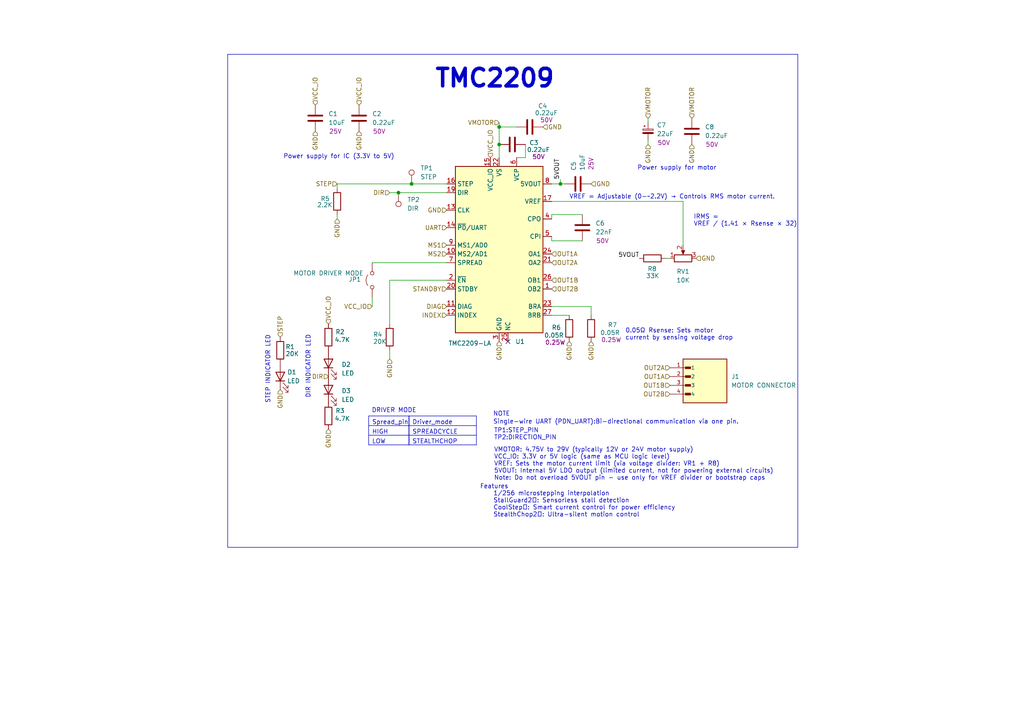
<source format=kicad_sch>
(kicad_sch (version 20250114) (generator "eeschema") (generator_version "9.0")
  (paper "A4")
  (lib_symbols
    (symbol "Library:C" (pin_numbers (hide yes)) (pin_names (offset 0.254))
      (property "Reference" "C" (at 0.635 2.54 0))
      (property "Value" "C" (at 0.635 -2.54 0))
      (symbol "C_0_1"
        (polyline (pts (xy -2.032 0.762) (xy 2.032 0.762)) (stroke (width 0.508)))
        (polyline (pts (xy -2.032 -0.762) (xy 2.032 -0.762)) (stroke (width 0.508)))
      )
      (symbol "C_1_1"
        (pin passive line (at 0 3.81 270) (length 2.794) (name "~") (number "1"))
        (pin passive line (at 0 -3.81 90) (length 2.794) (name "~") (number "2"))
      )
    )
    (symbol "Library:C_Polarized_Small" (pin_numbers (hide yes)) (pin_names (offset 0.254) (hide yes))
      (property "Reference" "C" (at 0.254 1.778 0))
      (property "Value" "C_Polarized_Small" (at 0.254 -2.032 0))
      (symbol "C_Polarized_Small_0_1"
        (rectangle (start -1.524 0.6858) (end 1.524 0.3048))
        (rectangle (start -1.524 -0.3048) (end 1.524 -0.6858) (fill (type outline)))
        (polyline (pts (xy -1.27 1.524) (xy -0.762 1.524)))
        (polyline (pts (xy -1.016 1.27) (xy -1.016 1.778)))
      )
      (symbol "C_Polarized_Small_1_1"
        (pin passive line (at 0 2.54 270) (length 1.8542) (name "~") (number "1"))
        (pin passive line (at 0 -2.54 90) (length 1.8542) (name "~") (number "2"))
      )
    )
    (symbol "Library:Jumper_2_Open" (pin_numbers (hide yes)) (pin_names (offset 0) (hide yes))
      (property "Reference" "JP" (at 0 2.794 0))
      (property "Value" "Jumper_2_Open" (at 0 -2.286 0))
      (symbol "Jumper_2_Open_0_0"
        (circle (center -2.032 0) (radius 0.508))
        (circle (center 2.032 0) (radius 0.508))
      )
      (symbol "Jumper_2_Open_0_1"
        (arc (start -1.524 1.27) (mid 0 1.778) (end 1.524 1.27))
      )
      (symbol "Jumper_2_Open_1_1"
        (pin passive line (at -5.08 0 0) (length 2.54) (name "A") (number "1"))
        (pin passive line (at 5.08 0 180) (length 2.54) (name "B") (number "2"))
      )
    )
    (symbol "Library:LED" (pin_numbers (hide yes)) (pin_names (offset 1.016) (hide yes))
      (property "Reference" "D" (at 0 2.54 0))
      (property "Value" "LED" (at 0 -2.54 0))
      (symbol "LED_0_1"
        (polyline (pts (xy -3.048 -0.762) (xy -4.572 -2.286) (xy -3.81 -2.286) (xy -4.572 -2.286) (xy -4.572 -1.524)))
        (polyline (pts (xy -1.778 -0.762) (xy -3.302 -2.286) (xy -2.54 -2.286) (xy -3.302 -2.286) (xy -3.302 -1.524)))
        (polyline (pts (xy -1.27 0) (xy 1.27 0)))
        (polyline (pts (xy -1.27 -1.27) (xy -1.27 1.27)) (stroke (width 0.254)))
        (polyline (pts (xy 1.27 -1.27) (xy 1.27 1.27) (xy -1.27 0) (xy 1.27 -1.27)) (stroke (width 0.254)))
      )
      (symbol "LED_1_1"
        (pin passive line (at -3.81 0 0) (length 2.54) (name "K") (number "1"))
        (pin passive line (at 3.81 0 180) (length 2.54) (name "A") (number "2"))
      )
    )
    (symbol "Library:R" (pin_numbers (hide yes)) (pin_names (offset 0))
      (property "Reference" "R" (at 2.032 0 90))
      (property "Value" "R" (at 0 0 90))
      (symbol "R_0_1"
        (rectangle (start -1.016 -2.54) (end 1.016 2.54) (stroke (width 0.254)))
      )
      (symbol "R_1_1"
        (pin passive line (at 0 3.81 270) (length 1.27) (name "~") (number "1"))
        (pin passive line (at 0 -3.81 90) (length 1.27) (name "~") (number "2"))
      )
    )
    (symbol "Library:R_Potentiometer" (pin_names (offset 1.016) (hide yes))
      (property "Reference" "RV" (at -4.445 0 90))
      (property "Value" "R_Potentiometer" (at -2.54 0 90))
      (symbol "R_Potentiometer_0_1"
        (rectangle (start 1.016 2.54) (end -1.016 -2.54) (stroke (width 0.254)))
        (polyline (pts (xy 1.143 0) (xy 2.286 0.508) (xy 2.286 -0.508) (xy 1.143 0)) (fill (type outline)))
        (polyline (pts (xy 2.54 0) (xy 1.524 0)))
      )
      (symbol "R_Potentiometer_1_1"
        (pin passive line (at 0 3.81 270) (length 1.27) (name "1") (number "1"))
        (pin passive line (at 0 -3.81 90) (length 1.27) (name "3") (number "3"))
        (pin passive line (at 3.81 0 180) (length 1.27) (name "2") (number "2"))
      )
    )
    (symbol "Library:S4B-XH-A_LF__SN_" (pin_names (offset 1.016))
      (property "Reference" "J" (at -6.85 7.62 0))
      (property "Value" "S4B-XH-A_LF__SN_" (at -6.35 -7.62 0))
      (symbol "S4B-XH-A_LF__SN__0_0"
        (rectangle (start -6.35 -5.08) (end 6.35 7.62) (stroke (width 0.254)) (fill (type background)))
        (rectangle (start -5.715 4.7625) (end -4.1275 5.3975) (stroke (width 0.1)) (fill (type outline)))
        (rectangle (start -5.715 2.2225) (end -4.1275 2.8575) (stroke (width 0.1)) (fill (type outline)))
        (rectangle (start -5.715 -0.3175) (end -4.1275 0.3175) (stroke (width 0.1)) (fill (type outline)))
        (rectangle (start -5.715 -2.8575) (end -4.1275 -2.2225) (stroke (width 0.1)) (fill (type outline)))
        (pin passive line (at -10.16 5.08 0) (length 5.08) (name "1") (number "1"))
        (pin passive line (at -10.16 2.54 0) (length 5.08) (name "2") (number "2"))
        (pin passive line (at -10.16 0 0) (length 5.08) (name "3") (number "3"))
        (pin passive line (at -10.16 -2.54 0) (length 5.08) (name "4") (number "4"))
      )
    )
    (symbol "Library:TMC2209-LA"
      (property "Reference" "U" (at -11.684 26.924 0))
      (property "Value" "TMC2209-LA" (at 13.208 26.924 0))
      (symbol "TMC2209-LA_0_1"
        (rectangle (start -12.7 25.4) (end 12.7 -22.86) (stroke (width 0.254)) (fill (type background)))
      )
      (symbol "TMC2209-LA_1_1"
        (pin input line (at -15.24 20.32 0) (length 2.54) (name "STEP") (number "16"))
        (pin input line (at -15.24 17.78 0) (length 2.54) (name "DIR") (number "19"))
        (pin input line (at -15.24 12.7 0) (length 2.54) (name "CLK") (number "13"))
        (pin bidirectional line (at -15.24 7.62 0) (length 2.54) (name "~{PD}/UART") (number "14"))
        (pin input line (at -15.24 2.54 0) (length 2.54) (name "MS1/AD0") (number "9"))
        (pin input line (at -15.24 0 0) (length 2.54) (name "MS2/AD1") (number "10"))
        (pin input line (at -15.24 -2.54 0) (length 2.54) (name "SPREAD") (number "7"))
        (pin input line (at -15.24 -7.62 0) (length 2.54) (name "~{EN}") (number "2"))
        (pin input line (at -15.24 -10.16 0) (length 2.54) (name "STDBY") (number "20"))
        (pin output line (at -15.24 -15.24 0) (length 2.54) (name "DIAG") (number "11"))
        (pin output line (at -15.24 -17.78 0) (length 2.54) (name "INDEX") (number "12"))
        (pin power_in line (at -2.54 27.94 270) (length 2.54) (name "VCC_IO") (number "15"))
        (pin power_in line (at 0 27.94 270) (length 2.54) (name "VS") (number "22"))
        (pin passive line (at 0 27.94 270) (length 2.54) (hide yes) (name "VS") (number "28"))
        (pin passive line (at 0 -25.4 90) (length 2.54) (hide yes) (name "GND") (number "18"))
        (pin passive line (at 0 -25.4 90) (length 2.54) (hide yes) (name "GND") (number "29"))
        (pin power_in line (at 0 -25.4 90) (length 2.54) (name "GND") (number "3"))
        (pin passive line (at 2.54 -25.4 90) (length 2.54) (name "NC") (number "25"))
        (pin output line (at 5.08 27.94 270) (length 2.54) (name "VCP") (number "6"))
        (pin power_out line (at 15.24 20.32 180) (length 2.54) (name "5VOUT") (number "8"))
        (pin passive line (at 15.24 15.24 180) (length 2.54) (name "VREF") (number "17"))
        (pin input line (at 15.24 10.16 180) (length 2.54) (name "CPO") (number "4"))
        (pin input line (at 15.24 5.08 180) (length 2.54) (name "CPI") (number "5"))
        (pin output line (at 15.24 0 180) (length 2.54) (name "OA1") (number "24"))
        (pin output line (at 15.24 -2.54 180) (length 2.54) (name "OA2") (number "21"))
        (pin output line (at 15.24 -7.62 180) (length 2.54) (name "OB1") (number "26"))
        (pin output line (at 15.24 -10.16 180) (length 2.54) (name "OB2") (number "1"))
        (pin input line (at 15.24 -15.24 180) (length 2.54) (name "BRA") (number "23"))
        (pin input line (at 15.24 -17.78 180) (length 2.54) (name "BRB") (number "27"))
      )
    )
    (symbol "Library:TestPoint" (pin_numbers (hide yes)) (pin_names (offset 0.762) (hide yes))
      (property "Reference" "TP" (at 0 6.858 0))
      (property "Value" "TestPoint" (at 0 5.08 0))
      (symbol "TestPoint_0_1"
        (circle (center 0 3.302) (radius 0.762))
      )
      (symbol "TestPoint_1_1"
        (pin passive line (at 0 0 90) (length 2.54) (name "1") (number "1"))
      )
    )
  )
  (rectangle (start 66.04 15.748) (end 231.394 158.75))
  (text "Power supply for IC (3.3V to 5V)" (at 98.298 45.466 0) (effects (font (size 1.27 1.27))))
  (text "0.05Ω Rsense: Sets motor \ncurrent by sensing voltage drop" (at 181.356 97.028 0) (effects (font (size 1.27 1.27)) (justify left)))
  (text "Power supply for motor" (at 196.342 48.768 0) (effects (font (size 1.27 1.27))))
  (text "TMC2209" (at 143.51 22.86 0) (effects (font (size 5.08 5.08) (thickness 1.016) (bold yes))))
  (text "Single-wire UART (PDN_UART):Bi-directional communication via one pin." (at 143.002 122.428 0) (effects (font (size 1.27 1.27)) (justify left)))
  (text "STEP INDICATOR LED\n" (at 77.724 117.094 90) (effects (font (size 1.27 1.27)) (justify left)))
  (text "DRIVER MODE\n" (at 114.3 119.126 0) (effects (font (size 1.27 1.27))))
  (text "DIR INDICATOR LED\n" (at 89.408 115.57 90) (effects (font (size 1.27 1.27)) (justify left)))
  (text "TP1:STEP_PIN\nTP2:DIRECTION_PIN" (at 143.256 125.984 0) (effects (font (size 1.27 1.27)) (justify left)))
  (text "VREF = Adjustable (0-~2.2 V) → Controls RMS motor current." (at 165.1 57.15 0) (effects (font (size 1.27 1.27)) (justify left)))
  (text "NOTE\n" (at 143.002 120.142 0) (effects (font (size 1.27 1.27)) (justify left)))
  (text "Features\n    1/256 microstepping interpolation\n    StallGuard2™: Sensorless stall detection\n    CoolStep™: Smart current control for power efficiency\n    StealthChop2™: Ultra-silent motion control" (at 139.192 145.288 0) (effects (font (size 1.27 1.27)) (justify left)))
  (text "VMOTOR: 4.75V to 29V (typically 12V or 24V motor supply)\nVCC_IO: 3.3V or 5V logic (same as MCU logic level)\nVREF: Sets the motor current limit (via voltage divider: VR1 + R8)\n5VOUT: Internal 5V LDO output (limited current, not for powering external circuits)\nNote: Do not overload 5VOUT pin - use only for VREF divider or bootstrap caps" (at 143.256 134.62 0) (effects (font (size 1.27 1.27)) (justify left)))
  (text "IRMS = \nVREF / (1.41 × Rsense × 32)" (at 201.168 64.008 0) (effects (font (size 1.27 1.27)) (justify left)))
  (junction (at 119.38 53.34))
  (junction (at 115.57 55.88))
  (junction (at 144.78 36.83))
  (junction (at 162.56 53.34))
  (junction (at 144.78 41.91))
  (no_connect (at 147.32 99.06))
  (wire (pts (xy 144.78 36.83) (xy 144.78 41.91)))
  (wire (pts (xy 187.96 40.64) (xy 187.96 41.91)))
  (wire (pts (xy 144.78 41.91) (xy 144.78 45.72)))
  (wire (pts (xy 113.03 55.88) (xy 115.57 55.88)))
  (wire (pts (xy 107.95 76.2) (xy 129.54 76.2)))
  (wire (pts (xy 193.04 74.93) (xy 194.31 74.93)))
  (wire (pts (xy 160.02 58.42) (xy 198.12 58.42)))
  (wire (pts (xy 162.56 53.34) (xy 163.83 53.34)))
  (wire (pts (xy 152.4 41.91) (xy 152.4 45.72)))
  (wire (pts (xy 160.02 62.23) (xy 168.91 62.23)))
  (wire (pts (xy 97.79 53.34) (xy 97.79 54.61)))
  (wire (pts (xy 198.12 58.42) (xy 198.12 71.12)))
  (wire (pts (xy 162.56 52.07) (xy 162.56 53.34)))
  (wire (pts (xy 171.45 91.44) (xy 171.45 88.9)))
  (wire (pts (xy 144.78 36.83) (xy 149.86 36.83)))
  (wire (pts (xy 107.95 88.9) (xy 107.95 86.36)))
  (wire (pts (xy 160.02 69.85) (xy 168.91 69.85)))
  (wire (pts (xy 97.79 63.5) (xy 97.79 62.23)))
  (wire (pts (xy 129.54 53.34) (xy 119.38 53.34)))
  (wire (pts (xy 113.03 101.6) (xy 113.03 104.14)))
  (wire (pts (xy 187.96 34.29) (xy 187.96 35.56)))
  (wire (pts (xy 160.02 53.34) (xy 162.56 53.34)))
  (wire (pts (xy 119.38 53.34) (xy 97.79 53.34)))
  (wire (pts (xy 113.03 81.28) (xy 113.03 93.98)))
  (wire (pts (xy 160.02 91.44) (xy 165.1 91.44)))
  (wire (pts (xy 129.54 81.28) (xy 113.03 81.28)))
  (wire (pts (xy 171.45 88.9) (xy 160.02 88.9)))
  (wire (pts (xy 160.02 68.58) (xy 160.02 69.85)))
  (wire (pts (xy 152.4 45.72) (xy 149.86 45.72)))
  (wire (pts (xy 160.02 63.5) (xy 160.02 62.23)))
  (wire (pts (xy 115.57 55.88) (xy 129.54 55.88)))
  (wire (pts (xy 144.78 35.56) (xy 144.78 36.83)))
  (table (column_count 1) (border (external yes) (header yes)) (separators (rows yes) (cols yes)) (column_widths 19.558) (row_heights 2.794 2.794 2.794) (cells (table_cell "Driver_mode" (at 118.618 120.65 0) (size 19.558 2.794) (margins 0.9525 0.9525 0.9525 0.9525) (span 1 1)) (table_cell "SPREADCYCLE" (at 118.618 123.444 0) (size 19.558 2.794) (margins 0.9525 0.9525 0.9525 0.9525) (span 1 1)) (table_cell "STEALTHCHOP" (at 118.618 126.238 0) (size 19.558 2.794) (margins 0.9525 0.9525 0.9525 0.9525) (span 1 1))))
  (table (column_count 1) (border (external yes) (header yes)) (separators (rows yes) (cols yes)) (column_widths 11.684) (row_heights 2.794 2.794 2.794) (cells (table_cell "Spread_pin" (at 106.934 120.65 0) (size 11.684 2.794) (margins 0.9525 0.9525 0.9525 0.9525) (span 1 1)) (table_cell "HIGH" (at 106.934 123.444 0) (size 11.684 2.794) (margins 0.9525 0.9525 0.9525 0.9525) (span 1 1)) (table_cell "LOW" (at 106.934 126.238 0) (size 11.684 2.794) (margins 0.9525 0.9525 0.9525 0.9525) (span 1 1))))
  (label "5VOUT" (at 162.56 52.07 90))
  (label "5VOUT" (at 185.42 74.93 180))
  (hierarchical_label "DIAG" (shape input) (at 129.54 88.9 180))
  (hierarchical_label "VMOTOR" (shape input) (at 187.96 34.29 90))
  (hierarchical_label "VCC_IO" (shape input) (at 104.14 30.48 90))
  (hierarchical_label "OUT2B" (shape input) (at 194.31 114.3 180))
  (hierarchical_label "VCC_IO" (shape input) (at 95.25 93.98 90))
  (hierarchical_label "MS1" (shape input) (at 129.54 71.12 180))
  (hierarchical_label "GND" (shape input) (at 171.45 53.34 0))
  (hierarchical_label "INDEX" (shape input) (at 129.54 91.44 180))
  (hierarchical_label "GND" (shape input) (at 200.66 41.91 270))
  (hierarchical_label "GND" (shape input) (at 144.78 99.06 270))
  (hierarchical_label "GND" (shape input) (at 201.93 74.93 0))
  (hierarchical_label "DIR" (shape input) (at 113.03 55.88 180))
  (hierarchical_label "GND" (shape input) (at 157.48 36.83 0))
  (hierarchical_label "GND" (shape input) (at 187.96 41.91 270))
  (hierarchical_label "OUT1B" (shape input) (at 194.31 111.76 180))
  (hierarchical_label "VCC_IO" (shape input) (at 142.24 45.72 90))
  (hierarchical_label "OUT1A" (shape input) (at 194.31 109.22 180))
  (hierarchical_label "MS2" (shape input) (at 129.54 73.66 180))
  (hierarchical_label "GND" (shape input) (at 81.28 113.03 270))
  (hierarchical_label "VCC_IO" (shape input) (at 107.95 88.9 180))
  (hierarchical_label "GND" (shape input) (at 91.44 38.1 270))
  (hierarchical_label "OUT2A" (shape input) (at 160.02 76.2 0))
  (hierarchical_label "STEP" (shape input) (at 81.28 97.79 90))
  (hierarchical_label "GND" (shape input) (at 113.03 104.14 270))
  (hierarchical_label "OUT2B" (shape input) (at 160.02 83.82 0))
  (hierarchical_label "GND" (shape input) (at 95.25 124.46 270))
  (hierarchical_label "GND" (shape input) (at 171.45 99.06 270))
  (hierarchical_label "GND" (shape input) (at 97.79 63.5 270))
  (hierarchical_label "GND" (shape input) (at 104.14 38.1 270))
  (hierarchical_label "STEP" (shape input) (at 97.79 53.34 180))
  (hierarchical_label "STANDBY" (shape input) (at 129.54 83.82 180))
  (hierarchical_label "GND" (shape input) (at 165.1 99.06 270))
  (hierarchical_label "OUT2A" (shape input) (at 194.31 106.68 180))
  (hierarchical_label "UART" (shape input) (at 129.54 66.04 180))
  (hierarchical_label "OUT1A" (shape input) (at 160.02 73.66 0))
  (hierarchical_label "VMOTOR" (shape input) (at 144.78 35.56 180))
  (hierarchical_label "VMOTOR" (shape input) (at 200.66 34.29 90))
  (hierarchical_label "OUT1B" (shape input) (at 160.02 81.28 0))
  (hierarchical_label "DIR" (shape input) (at 95.25 109.22 180))
  (hierarchical_label "VCC_IO" (shape input) (at 91.44 30.48 90))
  (hierarchical_label "GND" (shape input) (at 129.54 60.96 180))
  (symbol (lib_id "Library:C") (at 200.66 38.1 0) (unit 1)
    (property "Reference" "C8" (at 204.47 36.8299 0) (effects (justify left)))
    (property "Value" "0.22uF" (at 204.47 39.3699 0) (effects (justify left)))
    (property "Footprint" "Capacitor_SMD:C_0603_1608Metric" (effects (hide yes)))
    (property "Description" "Unpolarized capacitor" (effects (hide yes)))
    (property "package" "0603" (effects (hide yes)))
    (property "LCSC_part#" "C64705" (effects (hide yes)))
    (property "MPN" "CL10B224KB8NNNC" (effects (hide yes)))
    (property "Voltage" "50V" (at 206.502 41.91 0))
  )
  (symbol (lib_id "Library:C_Polarized_Small") (at 187.96 38.1 0) (unit 1)
    (property "Reference" "C7" (at 190.5 36.2838 0) (effects (justify left)))
    (property "Value" "22uF" (at 190.5 38.8238 0) (effects (justify left)))
    (property "Footprint" "Capacitor_SMD:CP_Elec_6.3x5.4" (effects (hide yes)))
    (property "Description" "Polarized capacitor, small symbol" (effects (hide yes)))
    (property "LCSC_part#" "C27783" (effects (hide yes)))
    (property "MPN" "RVT1H220M0605" (effects (hide yes)))
    (property "Voltage" "50V" (at 192.532 41.402 0))
  )
  (symbol (lib_id "Library:C") (at 167.64 53.34 90) (unit 1)
    (property "Reference" "C5" (at 166.3699 49.53 0) (effects (justify left)))
    (property "Value" "10uF" (at 168.9099 49.53 0) (effects (justify left)))
    (property "Footprint" "Capacitor_SMD:C_0603_1608Metric" (effects (hide yes)))
    (property "Description" "Unpolarized capacitor" (effects (hide yes)))
    (property "package" "0603" (effects (hide yes)))
    (property "LCSC_part#" "C96446" (effects (hide yes)))
    (property "MPN" "CL10A106MA8NRNC" (effects (hide yes)))
    (property "Voltage" "25V" (at 171.45 47.498 0))
  )
  (symbol (lib_id "Library:R") (at 165.1 95.25 0) (unit 1)
    (property "Reference" "R6" (at 160.02 94.996 0) (effects (justify left)))
    (property "Value" "0.05R" (at 157.8196 97.2633 0) (effects (justify left)))
    (property "Footprint" "Resistor_SMD:R_0805_2012Metric_Pad1.20x1.40mm_HandSolder" (effects (hide yes)))
    (property "Description" "Resistor" (effects (hide yes)))
    (property "package" "0805" (effects (hide yes)))
    (property "LCSC_part#" "C713441" (effects (hide yes)))
    (property "MPN" "ERJL06KF50MV" (effects (hide yes)))
    (property "WATT" "0.25W" (at 161.036 99.314 0))
  )
  (symbol (lib_id "Library:LED") (at 95.25 105.41 90) (unit 1)
    (property "Reference" "D2" (at 99.06 105.7274 90) (effects (justify right)))
    (property "Value" "LED" (at 99.06 108.2674 90) (effects (justify right)))
    (property "Footprint" "LED_SMD:LED_0603_1608Metric_Pad1.05x0.95mm_HandSolder" (effects (hide yes)))
    (property "Description" "Light emitting diode" (effects (hide yes)))
    (property "LCSC_part#" "C2286" (effects (hide yes)))
    (property "MPN" "KT-0603R " (effects (hide yes)))
  )
  (symbol (lib_id "Library:C") (at 153.67 36.83 90) (unit 1)
    (property "Reference" "C4" (at 158.75 30.734 90) (effects (justify left)))
    (property "Value" "0.22uF" (at 161.798 32.766 90) (effects (justify left)))
    (property "Footprint" "Capacitor_SMD:C_0603_1608Metric" (effects (hide yes)))
    (property "Description" "Unpolarized capacitor" (effects (hide yes)))
    (property "package" "0603" (effects (hide yes)))
    (property "LCSC_part#" "C64705" (effects (hide yes)))
    (property "MPN" "CL10B224KB8NNNC" (effects (hide yes)))
    (property "Voltage" "50V" (at 158.496 34.798 90))
  )
  (symbol (lib_id "Library:LED") (at 81.28 109.22 90) (unit 1)
    (property "Reference" "D1" (at 83.312 107.95 90) (effects (justify right)))
    (property "Value" "LED" (at 83.312 110.49 90) (effects (justify right)))
    (property "Footprint" "LED_SMD:LED_0603_1608Metric_Pad1.05x0.95mm_HandSolder" (effects (hide yes)))
    (property "Description" "Light emitting diode" (effects (hide yes)))
    (property "LCSC_part#" "C2286" (effects (hide yes)))
    (property "MPN" "KT-0603R " (effects (hide yes)))
  )
  (symbol (lib_id "Library:C") (at 104.14 34.29 0) (unit 1)
    (property "Reference" "C2" (at 107.95 33.0199 0) (effects (justify left)))
    (property "Value" "0.22uF" (at 107.95 35.5599 0) (effects (justify left)))
    (property "Footprint" "Capacitor_SMD:C_0603_1608Metric" (effects (hide yes)))
    (property "Description" "Unpolarized capacitor" (effects (hide yes)))
    (property "package" "0603" (effects (hide yes)))
    (property "LCSC_part#" "C64705" (effects (hide yes)))
    (property "MPN" "CL10B224KB8NNNC" (effects (hide yes)))
    (property "Voltage" "50V" (at 109.982 38.1 0))
  )
  (symbol (lib_id "Library:C") (at 91.44 34.29 0) (unit 1)
    (property "Reference" "C1" (at 95.25 33.0199 0) (effects (justify left)))
    (property "Value" "10uF" (at 95.25 35.5599 0) (effects (justify left)))
    (property "Footprint" "Capacitor_SMD:C_0603_1608Metric" (effects (hide yes)))
    (property "Description" "Unpolarized capacitor" (effects (hide yes)))
    (property "package" "0603" (effects (hide yes)))
    (property "LCSC_part#" "C96446" (effects (hide yes)))
    (property "MPN" "CL10A106MA8NRNC" (effects (hide yes)))
    (property "Voltage" "25V" (at 97.282 38.1 0))
  )
  (symbol (lib_id "Library:R") (at 95.25 97.79 0) (unit 1)
    (property "Reference" "R2" (at 97.282 96.266 0) (effects (justify left)))
    (property "Value" "4.7K" (at 97.028 98.552 0) (effects (justify left)))
    (property "Footprint" "Resistor_SMD:R_0603_1608Metric" (effects (hide yes)))
    (property "Description" "Resistor" (effects (hide yes)))
    (property "package" "0603" (effects (hide yes)))
    (property "LCSC_part#" "C23162" (effects (hide yes)))
    (property "MPN" "0603WAF4701T5E" (effects (hide yes)))
  )
  (symbol (lib_id "Library:R") (at 113.03 97.79 0) (unit 1)
    (property "Reference" "R4" (at 108.204 97.028 0) (effects (justify left)))
    (property "Value" "20K" (at 108.204 99.06 0) (effects (justify left)))
    (property "Footprint" "Resistor_SMD:R_0603_1608Metric" (effects (hide yes)))
    (property "Description" "Resistor" (effects (hide yes)))
    (property "package" "0603" (effects (hide yes)))
    (property "LCSC_part#" "C25586" (effects (hide yes)))
    (property "MPN" "0603WAJ0203T5E" (effects (hide yes)))
  )
  (symbol (lib_id "Library:R") (at 81.28 101.6 0) (unit 1)
    (property "Reference" "R1" (at 82.804 100.584 0) (effects (justify left)))
    (property "Value" "20K" (at 82.804 102.616 0) (effects (justify left)))
    (property "Footprint" "Resistor_SMD:R_0603_1608Metric" (effects (hide yes)))
    (property "Description" "Resistor" (effects (hide yes)))
    (property "package" "0603" (effects (hide yes)))
    (property "LCSC_part#" "C25586" (effects (hide yes)))
    (property "MPN" "0603WAJ0203T5E" (effects (hide yes)))
  )
  (symbol (lib_id "Library:Jumper_2_Open") (at 107.95 81.28 90) (unit 1)
    (property "Reference" "JP1" (at 101.092 81.026 90) (effects (justify right)))
    (property "Value" "MOTOR DRIVER MODE" (at 85.09 79.248 90) (effects (justify right)))
    (property "Footprint" "Jumper:SolderJumper-2_P1.3mm_Open_RoundedPad1.0x1.5mm" (effects (hide yes)))
    (property "Description" "Jumper, 2-pole, open" (effects (hide yes)))
  )
  (symbol (lib_id "Library:R_Potentiometer") (at 198.12 74.93 90) (unit 1)
    (property "Reference" "RV1" (at 198.12 78.74 90))
    (property "Value" "10K" (at 198.12 81.28 90))
    (property "Footprint" "3296W-1-103 LF:TRIM_3296W1103LF" (effects (hide yes)))
    (property "Description" "Potentiometer" (effects (hide yes)))
    (property "LCSC_part#" "C34846" (effects (hide yes)))
    (property "MPN" "3296W-1-103LF" (effects (hide yes)))
  )
  (symbol (lib_id "Library:R") (at 189.23 74.93 90) (unit 1)
    (property "Reference" "R8" (at 190.5 77.978 90) (effects (justify left)))
    (property "Value" "33K" (at 191.262 80.01 90) (effects (justify left)))
    (property "Footprint" "Resistor_SMD:R_0603_1608Metric" (effects (hide yes)))
    (property "Description" "Resistor" (effects (hide yes)))
    (property "package" "0603" (effects (hide yes)))
    (property "LCSC_part#" "C4216" (effects (hide yes)))
    (property "MPN" "0603WAF3302T5E" (effects (hide yes)))
  )
  (symbol (lib_id "Library:R") (at 171.45 95.25 0) (unit 1)
    (property "Reference" "R7" (at 176.276 94.234 0) (effects (justify left)))
    (property "Value" "0.05R" (at 174.0756 96.5013 0) (effects (justify left)))
    (property "Footprint" "Resistor_SMD:R_0805_2012Metric_Pad1.20x1.40mm_HandSolder" (effects (hide yes)))
    (property "Description" "Resistor" (effects (hide yes)))
    (property "package" "0805" (effects (hide yes)))
    (property "LCSC_part#" "C713441" (effects (hide yes)))
    (property "MPN" "ERJL06KF50MV" (effects (hide yes)))
    (property "WATT" "0.25W" (at 177.292 98.552 0))
  )
  (symbol (lib_id "Library:S4B-XH-A_LF__SN_") (at 204.47 111.76 0) (unit 1)
    (property "Reference" "J1" (at 212.09 109.2199 0) (effects (justify left)))
    (property "Value" "MOTOR CONNECTOR" (at 212.09 111.7599 0) (effects (justify left)))
    (property "Footprint" "S4B-XH-A_LF__SN_:JST_S4B-XH-A_LF__SN_" (effects (hide yes)))
    (property "LCSC_part#" "C144394" (effects (hide yes)))
    (property "MPN" "B3B-XH-A(LF)(SN)" (effects (hide yes)))
  )
  (symbol (lib_id "Library:R") (at 97.79 58.42 0) (unit 1)
    (property "Reference" "R5" (at 92.964 57.658 0) (effects (justify left)))
    (property "Value" "2.2K" (at 91.948 59.436 0) (effects (justify left)))
    (property "Footprint" "Resistor_SMD:R_0603_1608Metric" (effects (hide yes)))
    (property "Description" "Resistor" (effects (hide yes)))
    (property "package" "0603" (effects (hide yes)))
    (property "LCSC_part#" "C4190" (effects (hide yes)))
    (property "MPN" "0603WAF2201T5E" (effects (hide yes)))
  )
  (symbol (lib_id "Library:R") (at 95.25 120.65 0) (unit 1)
    (property "Reference" "R3" (at 97.282 119.126 0) (effects (justify left)))
    (property "Value" "4.7K" (at 97.028 121.412 0) (effects (justify left)))
    (property "Footprint" "Resistor_SMD:R_0603_1608Metric" (effects (hide yes)))
    (property "Description" "Resistor" (effects (hide yes)))
    (property "package" "0603" (effects (hide yes)))
    (property "LCSC_part#" "C23162" (effects (hide yes)))
    (property "MPN" "0603WAF4701T5E" (effects (hide yes)))
  )
  (symbol (lib_id "Library:TMC2209-LA") (at 144.78 73.66 0) (unit 1)
    (property "Reference" "U1" (at 149.4633 99.06 0) (effects (justify left)))
    (property "Value" "TMC2209-LA" (at 130.048 99.568 0) (effects (justify left)))
    (property "Footprint" "Package_DFN_QFN:VQFN-28-1EP_5x5mm_P0.5mm_EP3.7x3.7mm_ThermalVias" (effects (hide yes)))
    (property "Datasheet" "https://www.analog.com/media/en/technical-documentation/data-sheets/TMC2209_datasheet_rev1.09.pdf" (effects (hide yes)))
    (property "Description" "2-phase stepper motor driver, 256 µSteps, 2.8A peak, 2.0A RMS, VS = 4.75..29V, STEP/DIR and UART interface, VQFN-28" (effects (hide yes)))
    (property "LCSC_part#" "C2150710" (effects (hide yes)))
    (property "MPN" "TMC2209-LA-T" (effects (hide yes)))
  )
  (symbol (lib_id "Library:C") (at 148.59 41.91 90) (unit 1)
    (property "Reference" "C3" (at 156.21 41.402 90) (effects (justify left)))
    (property "Value" "0.22uF" (at 159.512 43.434 90) (effects (justify left)))
    (property "Footprint" "Capacitor_SMD:C_0603_1608Metric" (effects (hide yes)))
    (property "Description" "Unpolarized capacitor" (effects (hide yes)))
    (property "package" "0603" (effects (hide yes)))
    (property "LCSC_part#" "C64705" (effects (hide yes)))
    (property "MPN" "CL10B224KB8NNNC" (effects (hide yes)))
    (property "Voltage" "50V" (at 156.21 45.466 90))
  )
  (symbol (lib_id "Library:LED") (at 95.25 113.03 90) (unit 1)
    (property "Reference" "D3" (at 99.06 113.3474 90) (effects (justify right)))
    (property "Value" "LED" (at 99.06 115.8874 90) (effects (justify right)))
    (property "Footprint" "LED_SMD:LED_0603_1608Metric_Pad1.05x0.95mm_HandSolder" (effects (hide yes)))
    (property "Description" "Light emitting diode" (effects (hide yes)))
    (property "LCSC_part#" "C2286" (effects (hide yes)))
    (property "MPN" "KT-0603R " (effects (hide yes)))
  )
  (symbol (lib_id "Library:TestPoint") (at 115.57 55.88 180) (unit 1)
    (property "Reference" "TP2" (at 118.11 57.9119 0) (effects (justify right)))
    (property "Value" "DIR" (at 118.11 60.4519 0) (effects (justify right)))
    (property "Footprint" "TestPoint:TestPoint_Pad_D1.0mm" (effects (hide yes)))
    (property "Description" "test point" (effects (hide yes)))
  )
  (symbol (lib_id "Library:C") (at 168.91 66.04 0) (unit 1)
    (property "Reference" "C6" (at 172.72 64.7699 0) (effects (justify left)))
    (property "Value" "22nF" (at 172.72 67.3099 0) (effects (justify left)))
    (property "Footprint" "Capacitor_SMD:C_0603_1608Metric" (effects (hide yes)))
    (property "Description" "Unpolarized capacitor" (effects (hide yes)))
    (property "package" "0603" (effects (hide yes)))
    (property "LCSC_part#" "C83626" (effects (hide yes)))
    (property "MPN" "0603B224K500NT" (effects (hide yes)))
    (property "Voltage" "50V" (at 174.752 69.85 0))
  )
  (symbol (lib_id "Library:TestPoint") (at 119.38 53.34 0) (unit 1)
    (property "Reference" "TP1" (at 121.92 48.7679 0) (effects (justify left)))
    (property "Value" "STEP" (at 121.92 51.3079 0) (effects (justify left)))
    (property "Footprint" "TestPoint:TestPoint_Pad_D1.0mm" (effects (hide yes)))
    (property "Description" "test point" (effects (hide yes)))
  )
)
</source>
